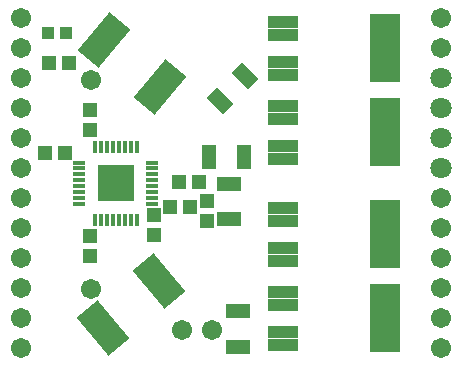
<source format=gts>
G04*
G04 #@! TF.GenerationSoftware,Altium Limited,Altium Designer,18.1.7 (191)*
G04*
G04 Layer_Color=8388736*
%FSLAX25Y25*%
%MOIN*%
G70*
G01*
G75*
%ADD32R,0.01384X0.03943*%
%ADD33R,0.03943X0.01384*%
%ADD34R,0.12139X0.12139*%
%ADD35R,0.04737X0.05131*%
%ADD36R,0.03950X0.03950*%
%ADD37R,0.10446X0.22650*%
%ADD38R,0.10446X0.03950*%
%ADD39R,0.05131X0.04737*%
G04:AMPARAMS|DCode=40|XSize=90.68mil|YSize=165.48mil|CornerRadius=0mil|HoleSize=0mil|Usage=FLASHONLY|Rotation=220.000|XOffset=0mil|YOffset=0mil|HoleType=Round|Shape=Rectangle|*
%AMROTATEDRECTD40*
4,1,4,-0.01845,0.09253,0.08792,-0.03424,0.01845,-0.09253,-0.08792,0.03424,-0.01845,0.09253,0.0*
%
%ADD40ROTATEDRECTD40*%

G04:AMPARAMS|DCode=41|XSize=90.68mil|YSize=165.48mil|CornerRadius=0mil|HoleSize=0mil|Usage=FLASHONLY|Rotation=140.000|XOffset=0mil|YOffset=0mil|HoleType=Round|Shape=Rectangle|*
%AMROTATEDRECTD41*
4,1,4,0.08792,0.03424,-0.01845,-0.09253,-0.08792,-0.03424,0.01845,0.09253,0.08792,0.03424,0.0*
%
%ADD41ROTATEDRECTD41*%

%ADD42R,0.07887X0.05131*%
%ADD43R,0.05131X0.07887*%
G04:AMPARAMS|DCode=44|XSize=51.31mil|YSize=78.87mil|CornerRadius=0mil|HoleSize=0mil|Usage=FLASHONLY|Rotation=45.000|XOffset=0mil|YOffset=0mil|HoleType=Round|Shape=Rectangle|*
%AMROTATEDRECTD44*
4,1,4,0.00974,-0.04602,-0.04602,0.00974,-0.00974,0.04602,0.04602,-0.00974,0.00974,-0.04602,0.0*
%
%ADD44ROTATEDRECTD44*%

%ADD45C,0.06706*%
%ADD46C,0.07099*%
%ADD47C,0.03200*%
D32*
X38490Y17205D02*
D03*
X36521D02*
D03*
X34553D02*
D03*
X32584D02*
D03*
X30616D02*
D03*
X28647D02*
D03*
X26679D02*
D03*
X24710D02*
D03*
Y-7205D02*
D03*
X26679D02*
D03*
X28647D02*
D03*
X30616D02*
D03*
X32584D02*
D03*
X34553D02*
D03*
X36521D02*
D03*
X38490D02*
D03*
D33*
X19395Y11890D02*
D03*
Y9921D02*
D03*
Y7953D02*
D03*
Y5984D02*
D03*
Y4016D02*
D03*
Y2047D02*
D03*
Y79D02*
D03*
Y-1890D02*
D03*
X43805D02*
D03*
Y79D02*
D03*
Y2047D02*
D03*
Y4016D02*
D03*
Y5984D02*
D03*
Y7953D02*
D03*
Y9921D02*
D03*
Y11890D02*
D03*
D34*
X31600Y5000D02*
D03*
D35*
X56447Y-3012D02*
D03*
X49754D02*
D03*
X9253Y45000D02*
D03*
X15947D02*
D03*
X59395Y5442D02*
D03*
X52702D02*
D03*
X8054Y15040D02*
D03*
X14747D02*
D03*
D36*
X9047Y55000D02*
D03*
X14953D02*
D03*
D37*
X121453Y-12100D02*
D03*
Y21900D02*
D03*
Y-40100D02*
D03*
Y49900D02*
D03*
D38*
X87319Y-21076D02*
D03*
Y-16588D02*
D03*
Y-7612D02*
D03*
Y-3124D02*
D03*
Y12924D02*
D03*
Y17412D02*
D03*
Y26388D02*
D03*
Y30876D02*
D03*
Y-49076D02*
D03*
Y-44588D02*
D03*
Y-35612D02*
D03*
Y-31124D02*
D03*
Y40924D02*
D03*
Y45412D02*
D03*
Y54388D02*
D03*
Y58876D02*
D03*
D39*
X23100Y-12468D02*
D03*
Y-19161D02*
D03*
Y22569D02*
D03*
Y29261D02*
D03*
X61988Y-7768D02*
D03*
Y-1075D02*
D03*
X44149Y-5511D02*
D03*
Y-12204D02*
D03*
D40*
X45858Y-27492D02*
D03*
X27159Y-43182D02*
D03*
D41*
X46439Y37065D02*
D03*
X27740Y52755D02*
D03*
D42*
X69349Y4753D02*
D03*
Y-7058D02*
D03*
X72400Y-49442D02*
D03*
Y-37631D02*
D03*
D43*
X62500Y13563D02*
D03*
X74311D02*
D03*
D44*
X66416Y32228D02*
D03*
X74768Y40579D02*
D03*
D45*
X23200Y39500D02*
D03*
Y-30300D02*
D03*
X140000Y0D02*
D03*
Y-10000D02*
D03*
Y-50000D02*
D03*
Y-40000D02*
D03*
Y-30000D02*
D03*
Y-20000D02*
D03*
X0Y50000D02*
D03*
Y60000D02*
D03*
Y-20000D02*
D03*
Y-30000D02*
D03*
Y-40000D02*
D03*
Y-50000D02*
D03*
X63600Y-44000D02*
D03*
X53600D02*
D03*
X140000Y60000D02*
D03*
Y50000D02*
D03*
X0Y40000D02*
D03*
Y30000D02*
D03*
Y-10000D02*
D03*
Y0D02*
D03*
Y10000D02*
D03*
Y20000D02*
D03*
D46*
X140000D02*
D03*
Y10000D02*
D03*
Y40000D02*
D03*
Y30000D02*
D03*
D47*
X35931Y5000D02*
D03*
Y669D02*
D03*
Y9331D02*
D03*
X31600D02*
D03*
Y5000D02*
D03*
Y669D02*
D03*
X27269Y9331D02*
D03*
Y5000D02*
D03*
Y669D02*
D03*
M02*

</source>
